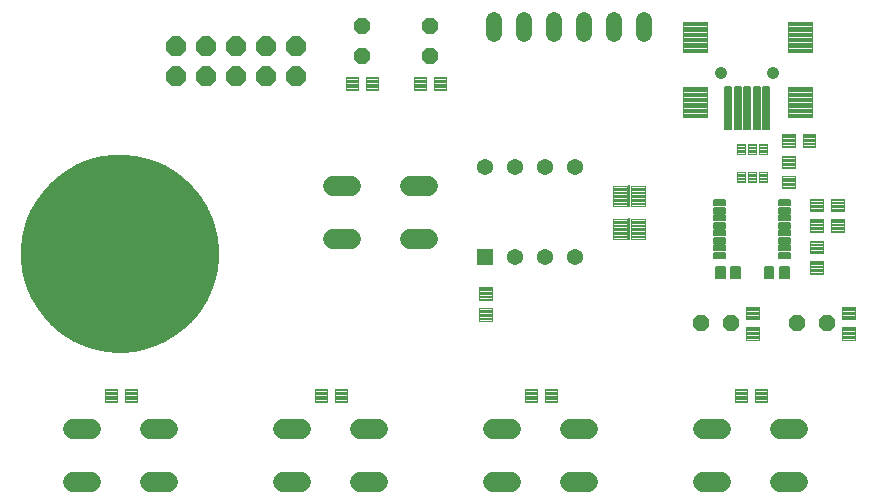
<source format=gts>
G75*
%MOIN*%
%OFA0B0*%
%FSLAX24Y24*%
%IPPOS*%
%LPD*%
%AMOC8*
5,1,8,0,0,1.08239X$1,22.5*
%
%ADD10C,0.5000*%
%ADD11C,0.0540*%
%ADD12C,0.0660*%
%ADD13C,0.0045*%
%ADD14C,0.0055*%
%ADD15C,0.0414*%
%ADD16C,0.0042*%
%ADD17C,0.0051*%
%ADD18C,0.0050*%
%ADD19C,0.0047*%
%ADD20C,0.0049*%
%ADD21OC8,0.0540*%
%ADD22OC8,0.0660*%
%ADD23R,0.0540X0.0540*%
%ADD24C,0.0540*%
%ADD25C,0.0047*%
%ADD26R,0.0060X0.0720*%
D10*
X003070Y013120D02*
X003072Y013176D01*
X003078Y013233D01*
X003088Y013288D01*
X003102Y013343D01*
X003119Y013397D01*
X003141Y013449D01*
X003166Y013499D01*
X003194Y013548D01*
X003226Y013595D01*
X003261Y013639D01*
X003299Y013681D01*
X003340Y013720D01*
X003384Y013755D01*
X003430Y013788D01*
X003478Y013817D01*
X003528Y013843D01*
X003580Y013866D01*
X003634Y013884D01*
X003688Y013899D01*
X003743Y013910D01*
X003799Y013917D01*
X003856Y013920D01*
X003912Y013919D01*
X003969Y013914D01*
X004024Y013905D01*
X004079Y013892D01*
X004133Y013875D01*
X004186Y013855D01*
X004237Y013831D01*
X004286Y013803D01*
X004333Y013772D01*
X004378Y013738D01*
X004421Y013700D01*
X004460Y013660D01*
X004497Y013617D01*
X004530Y013572D01*
X004560Y013524D01*
X004587Y013474D01*
X004610Y013423D01*
X004630Y013370D01*
X004646Y013316D01*
X004658Y013260D01*
X004666Y013205D01*
X004670Y013148D01*
X004670Y013092D01*
X004666Y013035D01*
X004658Y012980D01*
X004646Y012924D01*
X004630Y012870D01*
X004610Y012817D01*
X004587Y012766D01*
X004560Y012716D01*
X004530Y012668D01*
X004497Y012623D01*
X004460Y012580D01*
X004421Y012540D01*
X004378Y012502D01*
X004333Y012468D01*
X004286Y012437D01*
X004237Y012409D01*
X004186Y012385D01*
X004133Y012365D01*
X004079Y012348D01*
X004024Y012335D01*
X003969Y012326D01*
X003912Y012321D01*
X003856Y012320D01*
X003799Y012323D01*
X003743Y012330D01*
X003688Y012341D01*
X003634Y012356D01*
X003580Y012374D01*
X003528Y012397D01*
X003478Y012423D01*
X003430Y012452D01*
X003384Y012485D01*
X003340Y012520D01*
X003299Y012559D01*
X003261Y012601D01*
X003226Y012645D01*
X003194Y012692D01*
X003166Y012741D01*
X003141Y012791D01*
X003119Y012843D01*
X003102Y012897D01*
X003088Y012952D01*
X003078Y013007D01*
X003072Y013064D01*
X003070Y013120D01*
D11*
X016351Y020442D02*
X016351Y020922D01*
X017351Y020922D02*
X017351Y020442D01*
X018351Y020442D02*
X018351Y020922D01*
X019351Y020922D02*
X019351Y020442D01*
X020351Y020442D02*
X020351Y020922D01*
X021351Y020922D02*
X021351Y020442D01*
D12*
X002920Y005510D02*
X002320Y005510D01*
X004880Y005510D02*
X005480Y005510D01*
X005480Y007290D02*
X004880Y007290D01*
X002920Y007290D02*
X002320Y007290D01*
X009320Y007290D02*
X009920Y007290D01*
X011880Y007290D02*
X012480Y007290D01*
X012480Y005510D02*
X011880Y005510D01*
X009920Y005510D02*
X009320Y005510D01*
X016320Y005510D02*
X016920Y005510D01*
X018880Y005510D02*
X019480Y005510D01*
X019480Y007290D02*
X018880Y007290D01*
X016920Y007290D02*
X016320Y007290D01*
X023320Y007290D02*
X023920Y007290D01*
X025880Y007290D02*
X026480Y007290D01*
X026480Y005510D02*
X025880Y005510D01*
X023920Y005510D02*
X023320Y005510D01*
X014130Y013610D02*
X013530Y013610D01*
X011570Y013610D02*
X010970Y013610D01*
X010970Y015390D02*
X011570Y015390D01*
X013530Y015390D02*
X014130Y015390D01*
D13*
X014070Y018576D02*
X013660Y018576D01*
X013660Y019024D01*
X014070Y019024D01*
X014070Y018576D01*
X014070Y018620D02*
X013660Y018620D01*
X013660Y018664D02*
X014070Y018664D01*
X014070Y018708D02*
X013660Y018708D01*
X013660Y018752D02*
X014070Y018752D01*
X014070Y018796D02*
X013660Y018796D01*
X013660Y018840D02*
X014070Y018840D01*
X014070Y018884D02*
X013660Y018884D01*
X013660Y018928D02*
X014070Y018928D01*
X014070Y018972D02*
X013660Y018972D01*
X013660Y019016D02*
X014070Y019016D01*
X014330Y018576D02*
X014740Y018576D01*
X014330Y018576D02*
X014330Y019024D01*
X014740Y019024D01*
X014740Y018576D01*
X014740Y018620D02*
X014330Y018620D01*
X014330Y018664D02*
X014740Y018664D01*
X014740Y018708D02*
X014330Y018708D01*
X014330Y018752D02*
X014740Y018752D01*
X014740Y018796D02*
X014330Y018796D01*
X014330Y018840D02*
X014740Y018840D01*
X014740Y018884D02*
X014330Y018884D01*
X014330Y018928D02*
X014740Y018928D01*
X014740Y018972D02*
X014330Y018972D01*
X014330Y019016D02*
X014740Y019016D01*
X012490Y018576D02*
X012080Y018576D01*
X012080Y019024D01*
X012490Y019024D01*
X012490Y018576D01*
X012490Y018620D02*
X012080Y018620D01*
X012080Y018664D02*
X012490Y018664D01*
X012490Y018708D02*
X012080Y018708D01*
X012080Y018752D02*
X012490Y018752D01*
X012490Y018796D02*
X012080Y018796D01*
X012080Y018840D02*
X012490Y018840D01*
X012490Y018884D02*
X012080Y018884D01*
X012080Y018928D02*
X012490Y018928D01*
X012490Y018972D02*
X012080Y018972D01*
X012080Y019016D02*
X012490Y019016D01*
X011820Y018576D02*
X011410Y018576D01*
X011410Y019024D01*
X011820Y019024D01*
X011820Y018576D01*
X011820Y018620D02*
X011410Y018620D01*
X011410Y018664D02*
X011820Y018664D01*
X011820Y018708D02*
X011410Y018708D01*
X011410Y018752D02*
X011820Y018752D01*
X011820Y018796D02*
X011410Y018796D01*
X011410Y018840D02*
X011820Y018840D01*
X011820Y018884D02*
X011410Y018884D01*
X011410Y018928D02*
X011820Y018928D01*
X011820Y018972D02*
X011410Y018972D01*
X011410Y019016D02*
X011820Y019016D01*
X026374Y016390D02*
X026374Y015980D01*
X025926Y015980D01*
X025926Y016390D01*
X026374Y016390D01*
X026374Y016024D02*
X025926Y016024D01*
X025926Y016068D02*
X026374Y016068D01*
X026374Y016112D02*
X025926Y016112D01*
X025926Y016156D02*
X026374Y016156D01*
X026374Y016200D02*
X025926Y016200D01*
X025926Y016244D02*
X026374Y016244D01*
X026374Y016288D02*
X025926Y016288D01*
X025926Y016332D02*
X026374Y016332D01*
X026374Y016376D02*
X025926Y016376D01*
X026374Y015720D02*
X026374Y015310D01*
X025926Y015310D01*
X025926Y015720D01*
X026374Y015720D01*
X026374Y015354D02*
X025926Y015354D01*
X025926Y015398D02*
X026374Y015398D01*
X026374Y015442D02*
X025926Y015442D01*
X025926Y015486D02*
X026374Y015486D01*
X026374Y015530D02*
X025926Y015530D01*
X025926Y015574D02*
X026374Y015574D01*
X026374Y015618D02*
X025926Y015618D01*
X025926Y015662D02*
X026374Y015662D01*
X026374Y015706D02*
X025926Y015706D01*
X025174Y011340D02*
X025174Y010930D01*
X024726Y010930D01*
X024726Y011340D01*
X025174Y011340D01*
X025174Y010974D02*
X024726Y010974D01*
X024726Y011018D02*
X025174Y011018D01*
X025174Y011062D02*
X024726Y011062D01*
X024726Y011106D02*
X025174Y011106D01*
X025174Y011150D02*
X024726Y011150D01*
X024726Y011194D02*
X025174Y011194D01*
X025174Y011238D02*
X024726Y011238D01*
X024726Y011282D02*
X025174Y011282D01*
X025174Y011326D02*
X024726Y011326D01*
X025174Y010670D02*
X025174Y010260D01*
X024726Y010260D01*
X024726Y010670D01*
X025174Y010670D01*
X025174Y010304D02*
X024726Y010304D01*
X024726Y010348D02*
X025174Y010348D01*
X025174Y010392D02*
X024726Y010392D01*
X024726Y010436D02*
X025174Y010436D01*
X025174Y010480D02*
X024726Y010480D01*
X024726Y010524D02*
X025174Y010524D01*
X025174Y010568D02*
X024726Y010568D01*
X024726Y010612D02*
X025174Y010612D01*
X025174Y010656D02*
X024726Y010656D01*
X028374Y010670D02*
X028374Y010260D01*
X027926Y010260D01*
X027926Y010670D01*
X028374Y010670D01*
X028374Y010304D02*
X027926Y010304D01*
X027926Y010348D02*
X028374Y010348D01*
X028374Y010392D02*
X027926Y010392D01*
X027926Y010436D02*
X028374Y010436D01*
X028374Y010480D02*
X027926Y010480D01*
X027926Y010524D02*
X028374Y010524D01*
X028374Y010568D02*
X027926Y010568D01*
X027926Y010612D02*
X028374Y010612D01*
X028374Y010656D02*
X027926Y010656D01*
X028374Y010930D02*
X028374Y011340D01*
X028374Y010930D02*
X027926Y010930D01*
X027926Y011340D01*
X028374Y011340D01*
X028374Y010974D02*
X027926Y010974D01*
X027926Y011018D02*
X028374Y011018D01*
X028374Y011062D02*
X027926Y011062D01*
X027926Y011106D02*
X028374Y011106D01*
X028374Y011150D02*
X027926Y011150D01*
X027926Y011194D02*
X028374Y011194D01*
X028374Y011238D02*
X027926Y011238D01*
X027926Y011282D02*
X028374Y011282D01*
X028374Y011326D02*
X027926Y011326D01*
X025440Y008624D02*
X025030Y008624D01*
X025440Y008624D02*
X025440Y008176D01*
X025030Y008176D01*
X025030Y008624D01*
X025030Y008220D02*
X025440Y008220D01*
X025440Y008264D02*
X025030Y008264D01*
X025030Y008308D02*
X025440Y008308D01*
X025440Y008352D02*
X025030Y008352D01*
X025030Y008396D02*
X025440Y008396D01*
X025440Y008440D02*
X025030Y008440D01*
X025030Y008484D02*
X025440Y008484D01*
X025440Y008528D02*
X025030Y008528D01*
X025030Y008572D02*
X025440Y008572D01*
X025440Y008616D02*
X025030Y008616D01*
X024770Y008624D02*
X024360Y008624D01*
X024770Y008624D02*
X024770Y008176D01*
X024360Y008176D01*
X024360Y008624D01*
X024360Y008220D02*
X024770Y008220D01*
X024770Y008264D02*
X024360Y008264D01*
X024360Y008308D02*
X024770Y008308D01*
X024770Y008352D02*
X024360Y008352D01*
X024360Y008396D02*
X024770Y008396D01*
X024770Y008440D02*
X024360Y008440D01*
X024360Y008484D02*
X024770Y008484D01*
X024770Y008528D02*
X024360Y008528D01*
X024360Y008572D02*
X024770Y008572D01*
X024770Y008616D02*
X024360Y008616D01*
X018440Y008624D02*
X018030Y008624D01*
X018440Y008624D02*
X018440Y008176D01*
X018030Y008176D01*
X018030Y008624D01*
X018030Y008220D02*
X018440Y008220D01*
X018440Y008264D02*
X018030Y008264D01*
X018030Y008308D02*
X018440Y008308D01*
X018440Y008352D02*
X018030Y008352D01*
X018030Y008396D02*
X018440Y008396D01*
X018440Y008440D02*
X018030Y008440D01*
X018030Y008484D02*
X018440Y008484D01*
X018440Y008528D02*
X018030Y008528D01*
X018030Y008572D02*
X018440Y008572D01*
X018440Y008616D02*
X018030Y008616D01*
X017770Y008624D02*
X017360Y008624D01*
X017770Y008624D02*
X017770Y008176D01*
X017360Y008176D01*
X017360Y008624D01*
X017360Y008220D02*
X017770Y008220D01*
X017770Y008264D02*
X017360Y008264D01*
X017360Y008308D02*
X017770Y008308D01*
X017770Y008352D02*
X017360Y008352D01*
X017360Y008396D02*
X017770Y008396D01*
X017770Y008440D02*
X017360Y008440D01*
X017360Y008484D02*
X017770Y008484D01*
X017770Y008528D02*
X017360Y008528D01*
X017360Y008572D02*
X017770Y008572D01*
X017770Y008616D02*
X017360Y008616D01*
X011440Y008624D02*
X011030Y008624D01*
X011440Y008624D02*
X011440Y008176D01*
X011030Y008176D01*
X011030Y008624D01*
X011030Y008220D02*
X011440Y008220D01*
X011440Y008264D02*
X011030Y008264D01*
X011030Y008308D02*
X011440Y008308D01*
X011440Y008352D02*
X011030Y008352D01*
X011030Y008396D02*
X011440Y008396D01*
X011440Y008440D02*
X011030Y008440D01*
X011030Y008484D02*
X011440Y008484D01*
X011440Y008528D02*
X011030Y008528D01*
X011030Y008572D02*
X011440Y008572D01*
X011440Y008616D02*
X011030Y008616D01*
X010770Y008624D02*
X010360Y008624D01*
X010770Y008624D02*
X010770Y008176D01*
X010360Y008176D01*
X010360Y008624D01*
X010360Y008220D02*
X010770Y008220D01*
X010770Y008264D02*
X010360Y008264D01*
X010360Y008308D02*
X010770Y008308D01*
X010770Y008352D02*
X010360Y008352D01*
X010360Y008396D02*
X010770Y008396D01*
X010770Y008440D02*
X010360Y008440D01*
X010360Y008484D02*
X010770Y008484D01*
X010770Y008528D02*
X010360Y008528D01*
X010360Y008572D02*
X010770Y008572D01*
X010770Y008616D02*
X010360Y008616D01*
X004440Y008624D02*
X004030Y008624D01*
X004440Y008624D02*
X004440Y008176D01*
X004030Y008176D01*
X004030Y008624D01*
X004030Y008220D02*
X004440Y008220D01*
X004440Y008264D02*
X004030Y008264D01*
X004030Y008308D02*
X004440Y008308D01*
X004440Y008352D02*
X004030Y008352D01*
X004030Y008396D02*
X004440Y008396D01*
X004440Y008440D02*
X004030Y008440D01*
X004030Y008484D02*
X004440Y008484D01*
X004440Y008528D02*
X004030Y008528D01*
X004030Y008572D02*
X004440Y008572D01*
X004440Y008616D02*
X004030Y008616D01*
X003770Y008624D02*
X003360Y008624D01*
X003770Y008624D02*
X003770Y008176D01*
X003360Y008176D01*
X003360Y008624D01*
X003360Y008220D02*
X003770Y008220D01*
X003770Y008264D02*
X003360Y008264D01*
X003360Y008308D02*
X003770Y008308D01*
X003770Y008352D02*
X003360Y008352D01*
X003360Y008396D02*
X003770Y008396D01*
X003770Y008440D02*
X003360Y008440D01*
X003360Y008484D02*
X003770Y008484D01*
X003770Y008528D02*
X003360Y008528D01*
X003360Y008572D02*
X003770Y008572D01*
X003770Y008616D02*
X003360Y008616D01*
D14*
X023687Y012992D02*
X024053Y012992D01*
X023687Y012992D02*
X023687Y013158D01*
X024053Y013158D01*
X024053Y012992D01*
X024053Y013046D02*
X023687Y013046D01*
X023687Y013100D02*
X024053Y013100D01*
X024053Y013154D02*
X023687Y013154D01*
X023687Y013242D02*
X024053Y013242D01*
X023687Y013242D02*
X023687Y013408D01*
X024053Y013408D01*
X024053Y013242D01*
X024053Y013296D02*
X023687Y013296D01*
X023687Y013350D02*
X024053Y013350D01*
X024053Y013404D02*
X023687Y013404D01*
X023687Y013492D02*
X024053Y013492D01*
X023687Y013492D02*
X023687Y013658D01*
X024053Y013658D01*
X024053Y013492D01*
X024053Y013546D02*
X023687Y013546D01*
X023687Y013600D02*
X024053Y013600D01*
X024053Y013654D02*
X023687Y013654D01*
X023687Y013742D02*
X024053Y013742D01*
X023687Y013742D02*
X023687Y013908D01*
X024053Y013908D01*
X024053Y013742D01*
X024053Y013796D02*
X023687Y013796D01*
X023687Y013850D02*
X024053Y013850D01*
X024053Y013904D02*
X023687Y013904D01*
X023687Y013992D02*
X024053Y013992D01*
X023687Y013992D02*
X023687Y014158D01*
X024053Y014158D01*
X024053Y013992D01*
X024053Y014046D02*
X023687Y014046D01*
X023687Y014100D02*
X024053Y014100D01*
X024053Y014154D02*
X023687Y014154D01*
X023687Y014242D02*
X024053Y014242D01*
X023687Y014242D02*
X023687Y014408D01*
X024053Y014408D01*
X024053Y014242D01*
X024053Y014296D02*
X023687Y014296D01*
X023687Y014350D02*
X024053Y014350D01*
X024053Y014404D02*
X023687Y014404D01*
X023687Y014492D02*
X024053Y014492D01*
X023687Y014492D02*
X023687Y014658D01*
X024053Y014658D01*
X024053Y014492D01*
X024053Y014546D02*
X023687Y014546D01*
X023687Y014600D02*
X024053Y014600D01*
X024053Y014654D02*
X023687Y014654D01*
X023687Y014742D02*
X024053Y014742D01*
X023687Y014742D02*
X023687Y014908D01*
X024053Y014908D01*
X024053Y014742D01*
X024053Y014796D02*
X023687Y014796D01*
X023687Y014850D02*
X024053Y014850D01*
X024053Y014904D02*
X023687Y014904D01*
X025827Y014742D02*
X026193Y014742D01*
X025827Y014742D02*
X025827Y014908D01*
X026193Y014908D01*
X026193Y014742D01*
X026193Y014796D02*
X025827Y014796D01*
X025827Y014850D02*
X026193Y014850D01*
X026193Y014904D02*
X025827Y014904D01*
X025827Y014492D02*
X026193Y014492D01*
X025827Y014492D02*
X025827Y014658D01*
X026193Y014658D01*
X026193Y014492D01*
X026193Y014546D02*
X025827Y014546D01*
X025827Y014600D02*
X026193Y014600D01*
X026193Y014654D02*
X025827Y014654D01*
X025827Y014242D02*
X026193Y014242D01*
X025827Y014242D02*
X025827Y014408D01*
X026193Y014408D01*
X026193Y014242D01*
X026193Y014296D02*
X025827Y014296D01*
X025827Y014350D02*
X026193Y014350D01*
X026193Y014404D02*
X025827Y014404D01*
X025827Y013992D02*
X026193Y013992D01*
X025827Y013992D02*
X025827Y014158D01*
X026193Y014158D01*
X026193Y013992D01*
X026193Y014046D02*
X025827Y014046D01*
X025827Y014100D02*
X026193Y014100D01*
X026193Y014154D02*
X025827Y014154D01*
X025827Y013742D02*
X026193Y013742D01*
X025827Y013742D02*
X025827Y013908D01*
X026193Y013908D01*
X026193Y013742D01*
X026193Y013796D02*
X025827Y013796D01*
X025827Y013850D02*
X026193Y013850D01*
X026193Y013904D02*
X025827Y013904D01*
X025827Y013492D02*
X026193Y013492D01*
X025827Y013492D02*
X025827Y013658D01*
X026193Y013658D01*
X026193Y013492D01*
X026193Y013546D02*
X025827Y013546D01*
X025827Y013600D02*
X026193Y013600D01*
X026193Y013654D02*
X025827Y013654D01*
X025827Y013242D02*
X026193Y013242D01*
X025827Y013242D02*
X025827Y013408D01*
X026193Y013408D01*
X026193Y013242D01*
X026193Y013296D02*
X025827Y013296D01*
X025827Y013350D02*
X026193Y013350D01*
X026193Y013404D02*
X025827Y013404D01*
X025827Y012992D02*
X026193Y012992D01*
X025827Y012992D02*
X025827Y013158D01*
X026193Y013158D01*
X026193Y012992D01*
X026193Y013046D02*
X025827Y013046D01*
X025827Y013100D02*
X026193Y013100D01*
X026193Y013154D02*
X025827Y013154D01*
D15*
X025650Y019150D03*
X023918Y019150D03*
D16*
X023434Y018671D02*
X022630Y018671D01*
X023434Y018671D02*
X023434Y017669D01*
X022630Y017669D01*
X022630Y018671D01*
X022630Y017710D02*
X023434Y017710D01*
X023434Y017751D02*
X022630Y017751D01*
X022630Y017792D02*
X023434Y017792D01*
X023434Y017833D02*
X022630Y017833D01*
X022630Y017874D02*
X023434Y017874D01*
X023434Y017915D02*
X022630Y017915D01*
X022630Y017956D02*
X023434Y017956D01*
X023434Y017997D02*
X022630Y017997D01*
X022630Y018038D02*
X023434Y018038D01*
X023434Y018079D02*
X022630Y018079D01*
X022630Y018120D02*
X023434Y018120D01*
X023434Y018161D02*
X022630Y018161D01*
X022630Y018202D02*
X023434Y018202D01*
X023434Y018243D02*
X022630Y018243D01*
X022630Y018284D02*
X023434Y018284D01*
X023434Y018325D02*
X022630Y018325D01*
X022630Y018366D02*
X023434Y018366D01*
X023434Y018407D02*
X022630Y018407D01*
X022630Y018448D02*
X023434Y018448D01*
X023434Y018489D02*
X022630Y018489D01*
X022630Y018530D02*
X023434Y018530D01*
X023434Y018571D02*
X022630Y018571D01*
X022630Y018612D02*
X023434Y018612D01*
X023434Y018653D02*
X022630Y018653D01*
X022630Y020836D02*
X023434Y020836D01*
X023434Y019834D01*
X022630Y019834D01*
X022630Y020836D01*
X022630Y019875D02*
X023434Y019875D01*
X023434Y019916D02*
X022630Y019916D01*
X022630Y019957D02*
X023434Y019957D01*
X023434Y019998D02*
X022630Y019998D01*
X022630Y020039D02*
X023434Y020039D01*
X023434Y020080D02*
X022630Y020080D01*
X022630Y020121D02*
X023434Y020121D01*
X023434Y020162D02*
X022630Y020162D01*
X022630Y020203D02*
X023434Y020203D01*
X023434Y020244D02*
X022630Y020244D01*
X022630Y020285D02*
X023434Y020285D01*
X023434Y020326D02*
X022630Y020326D01*
X022630Y020367D02*
X023434Y020367D01*
X023434Y020408D02*
X022630Y020408D01*
X022630Y020449D02*
X023434Y020449D01*
X023434Y020490D02*
X022630Y020490D01*
X022630Y020531D02*
X023434Y020531D01*
X023434Y020572D02*
X022630Y020572D01*
X022630Y020613D02*
X023434Y020613D01*
X023434Y020654D02*
X022630Y020654D01*
X022630Y020695D02*
X023434Y020695D01*
X023434Y020736D02*
X022630Y020736D01*
X022630Y020777D02*
X023434Y020777D01*
X023434Y020818D02*
X022630Y020818D01*
X026134Y020836D02*
X026938Y020836D01*
X026938Y019834D01*
X026134Y019834D01*
X026134Y020836D01*
X026134Y019875D02*
X026938Y019875D01*
X026938Y019916D02*
X026134Y019916D01*
X026134Y019957D02*
X026938Y019957D01*
X026938Y019998D02*
X026134Y019998D01*
X026134Y020039D02*
X026938Y020039D01*
X026938Y020080D02*
X026134Y020080D01*
X026134Y020121D02*
X026938Y020121D01*
X026938Y020162D02*
X026134Y020162D01*
X026134Y020203D02*
X026938Y020203D01*
X026938Y020244D02*
X026134Y020244D01*
X026134Y020285D02*
X026938Y020285D01*
X026938Y020326D02*
X026134Y020326D01*
X026134Y020367D02*
X026938Y020367D01*
X026938Y020408D02*
X026134Y020408D01*
X026134Y020449D02*
X026938Y020449D01*
X026938Y020490D02*
X026134Y020490D01*
X026134Y020531D02*
X026938Y020531D01*
X026938Y020572D02*
X026134Y020572D01*
X026134Y020613D02*
X026938Y020613D01*
X026938Y020654D02*
X026134Y020654D01*
X026134Y020695D02*
X026938Y020695D01*
X026938Y020736D02*
X026134Y020736D01*
X026134Y020777D02*
X026938Y020777D01*
X026938Y020818D02*
X026134Y020818D01*
X026134Y018671D02*
X026938Y018671D01*
X026938Y017669D01*
X026134Y017669D01*
X026134Y018671D01*
X026134Y017710D02*
X026938Y017710D01*
X026938Y017751D02*
X026134Y017751D01*
X026134Y017792D02*
X026938Y017792D01*
X026938Y017833D02*
X026134Y017833D01*
X026134Y017874D02*
X026938Y017874D01*
X026938Y017915D02*
X026134Y017915D01*
X026134Y017956D02*
X026938Y017956D01*
X026938Y017997D02*
X026134Y017997D01*
X026134Y018038D02*
X026938Y018038D01*
X026938Y018079D02*
X026134Y018079D01*
X026134Y018120D02*
X026938Y018120D01*
X026938Y018161D02*
X026134Y018161D01*
X026134Y018202D02*
X026938Y018202D01*
X026938Y018243D02*
X026134Y018243D01*
X026134Y018284D02*
X026938Y018284D01*
X026938Y018325D02*
X026134Y018325D01*
X026134Y018366D02*
X026938Y018366D01*
X026938Y018407D02*
X026134Y018407D01*
X026134Y018448D02*
X026938Y018448D01*
X026938Y018489D02*
X026134Y018489D01*
X026134Y018530D02*
X026938Y018530D01*
X026938Y018571D02*
X026134Y018571D01*
X026134Y018612D02*
X026938Y018612D01*
X026938Y018653D02*
X026134Y018653D01*
D17*
X025517Y018667D02*
X025311Y018667D01*
X025517Y018667D02*
X025517Y017279D01*
X025311Y017279D01*
X025311Y018667D01*
X025311Y017329D02*
X025517Y017329D01*
X025517Y017379D02*
X025311Y017379D01*
X025311Y017429D02*
X025517Y017429D01*
X025517Y017479D02*
X025311Y017479D01*
X025311Y017529D02*
X025517Y017529D01*
X025517Y017579D02*
X025311Y017579D01*
X025311Y017629D02*
X025517Y017629D01*
X025517Y017679D02*
X025311Y017679D01*
X025311Y017729D02*
X025517Y017729D01*
X025517Y017779D02*
X025311Y017779D01*
X025311Y017829D02*
X025517Y017829D01*
X025517Y017879D02*
X025311Y017879D01*
X025311Y017929D02*
X025517Y017929D01*
X025517Y017979D02*
X025311Y017979D01*
X025311Y018029D02*
X025517Y018029D01*
X025517Y018079D02*
X025311Y018079D01*
X025311Y018129D02*
X025517Y018129D01*
X025517Y018179D02*
X025311Y018179D01*
X025311Y018229D02*
X025517Y018229D01*
X025517Y018279D02*
X025311Y018279D01*
X025311Y018329D02*
X025517Y018329D01*
X025517Y018379D02*
X025311Y018379D01*
X025311Y018429D02*
X025517Y018429D01*
X025517Y018479D02*
X025311Y018479D01*
X025311Y018529D02*
X025517Y018529D01*
X025517Y018579D02*
X025311Y018579D01*
X025311Y018629D02*
X025517Y018629D01*
X025202Y018667D02*
X024996Y018667D01*
X025202Y018667D02*
X025202Y017279D01*
X024996Y017279D01*
X024996Y018667D01*
X024996Y017329D02*
X025202Y017329D01*
X025202Y017379D02*
X024996Y017379D01*
X024996Y017429D02*
X025202Y017429D01*
X025202Y017479D02*
X024996Y017479D01*
X024996Y017529D02*
X025202Y017529D01*
X025202Y017579D02*
X024996Y017579D01*
X024996Y017629D02*
X025202Y017629D01*
X025202Y017679D02*
X024996Y017679D01*
X024996Y017729D02*
X025202Y017729D01*
X025202Y017779D02*
X024996Y017779D01*
X024996Y017829D02*
X025202Y017829D01*
X025202Y017879D02*
X024996Y017879D01*
X024996Y017929D02*
X025202Y017929D01*
X025202Y017979D02*
X024996Y017979D01*
X024996Y018029D02*
X025202Y018029D01*
X025202Y018079D02*
X024996Y018079D01*
X024996Y018129D02*
X025202Y018129D01*
X025202Y018179D02*
X024996Y018179D01*
X024996Y018229D02*
X025202Y018229D01*
X025202Y018279D02*
X024996Y018279D01*
X024996Y018329D02*
X025202Y018329D01*
X025202Y018379D02*
X024996Y018379D01*
X024996Y018429D02*
X025202Y018429D01*
X025202Y018479D02*
X024996Y018479D01*
X024996Y018529D02*
X025202Y018529D01*
X025202Y018579D02*
X024996Y018579D01*
X024996Y018629D02*
X025202Y018629D01*
X024887Y018667D02*
X024681Y018667D01*
X024887Y018667D02*
X024887Y017279D01*
X024681Y017279D01*
X024681Y018667D01*
X024681Y017329D02*
X024887Y017329D01*
X024887Y017379D02*
X024681Y017379D01*
X024681Y017429D02*
X024887Y017429D01*
X024887Y017479D02*
X024681Y017479D01*
X024681Y017529D02*
X024887Y017529D01*
X024887Y017579D02*
X024681Y017579D01*
X024681Y017629D02*
X024887Y017629D01*
X024887Y017679D02*
X024681Y017679D01*
X024681Y017729D02*
X024887Y017729D01*
X024887Y017779D02*
X024681Y017779D01*
X024681Y017829D02*
X024887Y017829D01*
X024887Y017879D02*
X024681Y017879D01*
X024681Y017929D02*
X024887Y017929D01*
X024887Y017979D02*
X024681Y017979D01*
X024681Y018029D02*
X024887Y018029D01*
X024887Y018079D02*
X024681Y018079D01*
X024681Y018129D02*
X024887Y018129D01*
X024887Y018179D02*
X024681Y018179D01*
X024681Y018229D02*
X024887Y018229D01*
X024887Y018279D02*
X024681Y018279D01*
X024681Y018329D02*
X024887Y018329D01*
X024887Y018379D02*
X024681Y018379D01*
X024681Y018429D02*
X024887Y018429D01*
X024887Y018479D02*
X024681Y018479D01*
X024681Y018529D02*
X024887Y018529D01*
X024887Y018579D02*
X024681Y018579D01*
X024681Y018629D02*
X024887Y018629D01*
X024572Y018667D02*
X024366Y018667D01*
X024572Y018667D02*
X024572Y017279D01*
X024366Y017279D01*
X024366Y018667D01*
X024366Y017329D02*
X024572Y017329D01*
X024572Y017379D02*
X024366Y017379D01*
X024366Y017429D02*
X024572Y017429D01*
X024572Y017479D02*
X024366Y017479D01*
X024366Y017529D02*
X024572Y017529D01*
X024572Y017579D02*
X024366Y017579D01*
X024366Y017629D02*
X024572Y017629D01*
X024572Y017679D02*
X024366Y017679D01*
X024366Y017729D02*
X024572Y017729D01*
X024572Y017779D02*
X024366Y017779D01*
X024366Y017829D02*
X024572Y017829D01*
X024572Y017879D02*
X024366Y017879D01*
X024366Y017929D02*
X024572Y017929D01*
X024572Y017979D02*
X024366Y017979D01*
X024366Y018029D02*
X024572Y018029D01*
X024572Y018079D02*
X024366Y018079D01*
X024366Y018129D02*
X024572Y018129D01*
X024572Y018179D02*
X024366Y018179D01*
X024366Y018229D02*
X024572Y018229D01*
X024572Y018279D02*
X024366Y018279D01*
X024366Y018329D02*
X024572Y018329D01*
X024572Y018379D02*
X024366Y018379D01*
X024366Y018429D02*
X024572Y018429D01*
X024572Y018479D02*
X024366Y018479D01*
X024366Y018529D02*
X024572Y018529D01*
X024572Y018579D02*
X024366Y018579D01*
X024366Y018629D02*
X024572Y018629D01*
X024257Y018667D02*
X024051Y018667D01*
X024257Y018667D02*
X024257Y017279D01*
X024051Y017279D01*
X024051Y018667D01*
X024051Y017329D02*
X024257Y017329D01*
X024257Y017379D02*
X024051Y017379D01*
X024051Y017429D02*
X024257Y017429D01*
X024257Y017479D02*
X024051Y017479D01*
X024051Y017529D02*
X024257Y017529D01*
X024257Y017579D02*
X024051Y017579D01*
X024051Y017629D02*
X024257Y017629D01*
X024257Y017679D02*
X024051Y017679D01*
X024051Y017729D02*
X024257Y017729D01*
X024257Y017779D02*
X024051Y017779D01*
X024051Y017829D02*
X024257Y017829D01*
X024257Y017879D02*
X024051Y017879D01*
X024051Y017929D02*
X024257Y017929D01*
X024257Y017979D02*
X024051Y017979D01*
X024051Y018029D02*
X024257Y018029D01*
X024257Y018079D02*
X024051Y018079D01*
X024051Y018129D02*
X024257Y018129D01*
X024257Y018179D02*
X024051Y018179D01*
X024051Y018229D02*
X024257Y018229D01*
X024257Y018279D02*
X024051Y018279D01*
X024051Y018329D02*
X024257Y018329D01*
X024257Y018379D02*
X024051Y018379D01*
X024051Y018429D02*
X024257Y018429D01*
X024257Y018479D02*
X024051Y018479D01*
X024051Y018529D02*
X024257Y018529D01*
X024257Y018579D02*
X024051Y018579D01*
X024051Y018629D02*
X024257Y018629D01*
D18*
X024253Y012692D02*
X024539Y012692D01*
X024539Y012328D01*
X024253Y012328D01*
X024253Y012692D01*
X024253Y012377D02*
X024539Y012377D01*
X024539Y012426D02*
X024253Y012426D01*
X024253Y012475D02*
X024539Y012475D01*
X024539Y012524D02*
X024253Y012524D01*
X024253Y012573D02*
X024539Y012573D01*
X024539Y012622D02*
X024253Y012622D01*
X024253Y012671D02*
X024539Y012671D01*
X024027Y012692D02*
X023741Y012692D01*
X024027Y012692D02*
X024027Y012328D01*
X023741Y012328D01*
X023741Y012692D01*
X023741Y012377D02*
X024027Y012377D01*
X024027Y012426D02*
X023741Y012426D01*
X023741Y012475D02*
X024027Y012475D01*
X024027Y012524D02*
X023741Y012524D01*
X023741Y012573D02*
X024027Y012573D01*
X024027Y012622D02*
X023741Y012622D01*
X023741Y012671D02*
X024027Y012671D01*
X025361Y012692D02*
X025647Y012692D01*
X025647Y012328D01*
X025361Y012328D01*
X025361Y012692D01*
X025361Y012377D02*
X025647Y012377D01*
X025647Y012426D02*
X025361Y012426D01*
X025361Y012475D02*
X025647Y012475D01*
X025647Y012524D02*
X025361Y012524D01*
X025361Y012573D02*
X025647Y012573D01*
X025647Y012622D02*
X025361Y012622D01*
X025361Y012671D02*
X025647Y012671D01*
X025873Y012692D02*
X026159Y012692D01*
X026159Y012328D01*
X025873Y012328D01*
X025873Y012692D01*
X025873Y012377D02*
X026159Y012377D01*
X026159Y012426D02*
X025873Y012426D01*
X025873Y012475D02*
X026159Y012475D01*
X026159Y012524D02*
X025873Y012524D01*
X025873Y012573D02*
X026159Y012573D01*
X026159Y012622D02*
X025873Y012622D01*
X025873Y012671D02*
X026159Y012671D01*
D19*
X026881Y012869D02*
X026881Y012443D01*
X026881Y012869D02*
X027319Y012869D01*
X027319Y012443D01*
X026881Y012443D01*
X026881Y012489D02*
X027319Y012489D01*
X027319Y012535D02*
X026881Y012535D01*
X026881Y012581D02*
X027319Y012581D01*
X027319Y012627D02*
X026881Y012627D01*
X026881Y012673D02*
X027319Y012673D01*
X027319Y012719D02*
X026881Y012719D01*
X026881Y012765D02*
X027319Y012765D01*
X027319Y012811D02*
X026881Y012811D01*
X026881Y012857D02*
X027319Y012857D01*
X026881Y013131D02*
X026881Y013557D01*
X027319Y013557D01*
X027319Y013131D01*
X026881Y013131D01*
X026881Y013177D02*
X027319Y013177D01*
X027319Y013223D02*
X026881Y013223D01*
X026881Y013269D02*
X027319Y013269D01*
X027319Y013315D02*
X026881Y013315D01*
X026881Y013361D02*
X027319Y013361D01*
X027319Y013407D02*
X026881Y013407D01*
X026881Y013453D02*
X027319Y013453D01*
X027319Y013499D02*
X026881Y013499D01*
X026881Y013545D02*
X027319Y013545D01*
X027319Y013843D02*
X027319Y014269D01*
X027319Y013843D02*
X026881Y013843D01*
X026881Y014269D01*
X027319Y014269D01*
X027319Y013889D02*
X026881Y013889D01*
X026881Y013935D02*
X027319Y013935D01*
X027319Y013981D02*
X026881Y013981D01*
X026881Y014027D02*
X027319Y014027D01*
X027319Y014073D02*
X026881Y014073D01*
X026881Y014119D02*
X027319Y014119D01*
X027319Y014165D02*
X026881Y014165D01*
X026881Y014211D02*
X027319Y014211D01*
X027319Y014257D02*
X026881Y014257D01*
X027319Y014531D02*
X027319Y014957D01*
X027319Y014531D02*
X026881Y014531D01*
X026881Y014957D01*
X027319Y014957D01*
X027319Y014577D02*
X026881Y014577D01*
X026881Y014623D02*
X027319Y014623D01*
X027319Y014669D02*
X026881Y014669D01*
X026881Y014715D02*
X027319Y014715D01*
X027319Y014761D02*
X026881Y014761D01*
X026881Y014807D02*
X027319Y014807D01*
X027319Y014853D02*
X026881Y014853D01*
X026881Y014899D02*
X027319Y014899D01*
X027319Y014945D02*
X026881Y014945D01*
X028019Y014957D02*
X028019Y014531D01*
X027581Y014531D01*
X027581Y014957D01*
X028019Y014957D01*
X028019Y014577D02*
X027581Y014577D01*
X027581Y014623D02*
X028019Y014623D01*
X028019Y014669D02*
X027581Y014669D01*
X027581Y014715D02*
X028019Y014715D01*
X028019Y014761D02*
X027581Y014761D01*
X027581Y014807D02*
X028019Y014807D01*
X028019Y014853D02*
X027581Y014853D01*
X027581Y014899D02*
X028019Y014899D01*
X028019Y014945D02*
X027581Y014945D01*
X028019Y014269D02*
X028019Y013843D01*
X027581Y013843D01*
X027581Y014269D01*
X028019Y014269D01*
X028019Y013889D02*
X027581Y013889D01*
X027581Y013935D02*
X028019Y013935D01*
X028019Y013981D02*
X027581Y013981D01*
X027581Y014027D02*
X028019Y014027D01*
X028019Y014073D02*
X027581Y014073D01*
X027581Y014119D02*
X028019Y014119D01*
X028019Y014165D02*
X027581Y014165D01*
X027581Y014211D02*
X028019Y014211D01*
X028019Y014257D02*
X027581Y014257D01*
X027057Y016681D02*
X026631Y016681D01*
X026631Y017119D01*
X027057Y017119D01*
X027057Y016681D01*
X027057Y016727D02*
X026631Y016727D01*
X026631Y016773D02*
X027057Y016773D01*
X027057Y016819D02*
X026631Y016819D01*
X026631Y016865D02*
X027057Y016865D01*
X027057Y016911D02*
X026631Y016911D01*
X026631Y016957D02*
X027057Y016957D01*
X027057Y017003D02*
X026631Y017003D01*
X026631Y017049D02*
X027057Y017049D01*
X027057Y017095D02*
X026631Y017095D01*
X026369Y016681D02*
X025943Y016681D01*
X025943Y017119D01*
X026369Y017119D01*
X026369Y016681D01*
X026369Y016727D02*
X025943Y016727D01*
X025943Y016773D02*
X026369Y016773D01*
X026369Y016819D02*
X025943Y016819D01*
X025943Y016865D02*
X026369Y016865D01*
X026369Y016911D02*
X025943Y016911D01*
X025943Y016957D02*
X026369Y016957D01*
X026369Y017003D02*
X025943Y017003D01*
X025943Y017049D02*
X026369Y017049D01*
X026369Y017095D02*
X025943Y017095D01*
X015831Y012007D02*
X015831Y011581D01*
X015831Y012007D02*
X016269Y012007D01*
X016269Y011581D01*
X015831Y011581D01*
X015831Y011627D02*
X016269Y011627D01*
X016269Y011673D02*
X015831Y011673D01*
X015831Y011719D02*
X016269Y011719D01*
X016269Y011765D02*
X015831Y011765D01*
X015831Y011811D02*
X016269Y011811D01*
X016269Y011857D02*
X015831Y011857D01*
X015831Y011903D02*
X016269Y011903D01*
X016269Y011949D02*
X015831Y011949D01*
X015831Y011995D02*
X016269Y011995D01*
X015831Y011319D02*
X015831Y010893D01*
X015831Y011319D02*
X016269Y011319D01*
X016269Y010893D01*
X015831Y010893D01*
X015831Y010939D02*
X016269Y010939D01*
X016269Y010985D02*
X015831Y010985D01*
X015831Y011031D02*
X016269Y011031D01*
X016269Y011077D02*
X015831Y011077D01*
X015831Y011123D02*
X016269Y011123D01*
X016269Y011169D02*
X015831Y011169D01*
X015831Y011215D02*
X016269Y011215D01*
X016269Y011261D02*
X015831Y011261D01*
X015831Y011307D02*
X016269Y011307D01*
D20*
X024436Y015505D02*
X024436Y015831D01*
X024696Y015831D01*
X024696Y015505D01*
X024436Y015505D01*
X024436Y015553D02*
X024696Y015553D01*
X024696Y015601D02*
X024436Y015601D01*
X024436Y015649D02*
X024696Y015649D01*
X024696Y015697D02*
X024436Y015697D01*
X024436Y015745D02*
X024696Y015745D01*
X024696Y015793D02*
X024436Y015793D01*
X024810Y015831D02*
X024810Y015505D01*
X024810Y015831D02*
X025070Y015831D01*
X025070Y015505D01*
X024810Y015505D01*
X024810Y015553D02*
X025070Y015553D01*
X025070Y015601D02*
X024810Y015601D01*
X024810Y015649D02*
X025070Y015649D01*
X025070Y015697D02*
X024810Y015697D01*
X024810Y015745D02*
X025070Y015745D01*
X025070Y015793D02*
X024810Y015793D01*
X025184Y015831D02*
X025184Y015505D01*
X025184Y015831D02*
X025444Y015831D01*
X025444Y015505D01*
X025184Y015505D01*
X025184Y015553D02*
X025444Y015553D01*
X025444Y015601D02*
X025184Y015601D01*
X025184Y015649D02*
X025444Y015649D01*
X025444Y015697D02*
X025184Y015697D01*
X025184Y015745D02*
X025444Y015745D01*
X025444Y015793D02*
X025184Y015793D01*
X025184Y016449D02*
X025184Y016775D01*
X025444Y016775D01*
X025444Y016449D01*
X025184Y016449D01*
X025184Y016497D02*
X025444Y016497D01*
X025444Y016545D02*
X025184Y016545D01*
X025184Y016593D02*
X025444Y016593D01*
X025444Y016641D02*
X025184Y016641D01*
X025184Y016689D02*
X025444Y016689D01*
X025444Y016737D02*
X025184Y016737D01*
X024810Y016775D02*
X024810Y016449D01*
X024810Y016775D02*
X025070Y016775D01*
X025070Y016449D01*
X024810Y016449D01*
X024810Y016497D02*
X025070Y016497D01*
X025070Y016545D02*
X024810Y016545D01*
X024810Y016593D02*
X025070Y016593D01*
X025070Y016641D02*
X024810Y016641D01*
X024810Y016689D02*
X025070Y016689D01*
X025070Y016737D02*
X024810Y016737D01*
X024436Y016775D02*
X024436Y016449D01*
X024436Y016775D02*
X024696Y016775D01*
X024696Y016449D01*
X024436Y016449D01*
X024436Y016497D02*
X024696Y016497D01*
X024696Y016545D02*
X024436Y016545D01*
X024436Y016593D02*
X024696Y016593D01*
X024696Y016641D02*
X024436Y016641D01*
X024436Y016689D02*
X024696Y016689D01*
X024696Y016737D02*
X024436Y016737D01*
D21*
X014200Y019700D03*
X014200Y020700D03*
X011950Y020700D03*
X011950Y019700D03*
X023250Y010800D03*
X024250Y010800D03*
X026450Y010800D03*
X027450Y010800D03*
D22*
X009750Y019050D03*
X008750Y019050D03*
X007750Y019050D03*
X006750Y019050D03*
X005750Y019050D03*
X005750Y020050D03*
X006750Y020050D03*
X007750Y020050D03*
X008750Y020050D03*
X009750Y020050D03*
D23*
X016050Y013000D03*
D24*
X017050Y013000D03*
X018050Y013000D03*
X019050Y013000D03*
X019050Y016000D03*
X018050Y016000D03*
X017050Y016000D03*
X016050Y016000D03*
D25*
X020313Y014728D02*
X020787Y014728D01*
X020313Y014728D02*
X020313Y015372D01*
X020787Y015372D01*
X020787Y014728D01*
X020787Y014774D02*
X020313Y014774D01*
X020313Y014820D02*
X020787Y014820D01*
X020787Y014866D02*
X020313Y014866D01*
X020313Y014912D02*
X020787Y014912D01*
X020787Y014958D02*
X020313Y014958D01*
X020313Y015004D02*
X020787Y015004D01*
X020787Y015050D02*
X020313Y015050D01*
X020313Y015096D02*
X020787Y015096D01*
X020787Y015142D02*
X020313Y015142D01*
X020313Y015188D02*
X020787Y015188D01*
X020787Y015234D02*
X020313Y015234D01*
X020313Y015280D02*
X020787Y015280D01*
X020787Y015326D02*
X020313Y015326D01*
X020313Y015372D02*
X020787Y015372D01*
X020913Y014728D02*
X021387Y014728D01*
X020913Y014728D02*
X020913Y015372D01*
X021387Y015372D01*
X021387Y014728D01*
X021387Y014774D02*
X020913Y014774D01*
X020913Y014820D02*
X021387Y014820D01*
X021387Y014866D02*
X020913Y014866D01*
X020913Y014912D02*
X021387Y014912D01*
X021387Y014958D02*
X020913Y014958D01*
X020913Y015004D02*
X021387Y015004D01*
X021387Y015050D02*
X020913Y015050D01*
X020913Y015096D02*
X021387Y015096D01*
X021387Y015142D02*
X020913Y015142D01*
X020913Y015188D02*
X021387Y015188D01*
X021387Y015234D02*
X020913Y015234D01*
X020913Y015280D02*
X021387Y015280D01*
X021387Y015326D02*
X020913Y015326D01*
X020913Y015372D02*
X021387Y015372D01*
X021387Y013628D02*
X020913Y013628D01*
X020913Y014272D01*
X021387Y014272D01*
X021387Y013628D01*
X021387Y013674D02*
X020913Y013674D01*
X020913Y013720D02*
X021387Y013720D01*
X021387Y013766D02*
X020913Y013766D01*
X020913Y013812D02*
X021387Y013812D01*
X021387Y013858D02*
X020913Y013858D01*
X020913Y013904D02*
X021387Y013904D01*
X021387Y013950D02*
X020913Y013950D01*
X020913Y013996D02*
X021387Y013996D01*
X021387Y014042D02*
X020913Y014042D01*
X020913Y014088D02*
X021387Y014088D01*
X021387Y014134D02*
X020913Y014134D01*
X020913Y014180D02*
X021387Y014180D01*
X021387Y014226D02*
X020913Y014226D01*
X020913Y014272D02*
X021387Y014272D01*
X020787Y013628D02*
X020313Y013628D01*
X020313Y014272D01*
X020787Y014272D01*
X020787Y013628D01*
X020787Y013674D02*
X020313Y013674D01*
X020313Y013720D02*
X020787Y013720D01*
X020787Y013766D02*
X020313Y013766D01*
X020313Y013812D02*
X020787Y013812D01*
X020787Y013858D02*
X020313Y013858D01*
X020313Y013904D02*
X020787Y013904D01*
X020787Y013950D02*
X020313Y013950D01*
X020313Y013996D02*
X020787Y013996D01*
X020787Y014042D02*
X020313Y014042D01*
X020313Y014088D02*
X020787Y014088D01*
X020787Y014134D02*
X020313Y014134D01*
X020313Y014180D02*
X020787Y014180D01*
X020787Y014226D02*
X020313Y014226D01*
X020313Y014272D02*
X020787Y014272D01*
D26*
X020850Y013950D03*
X020850Y015050D03*
M02*

</source>
